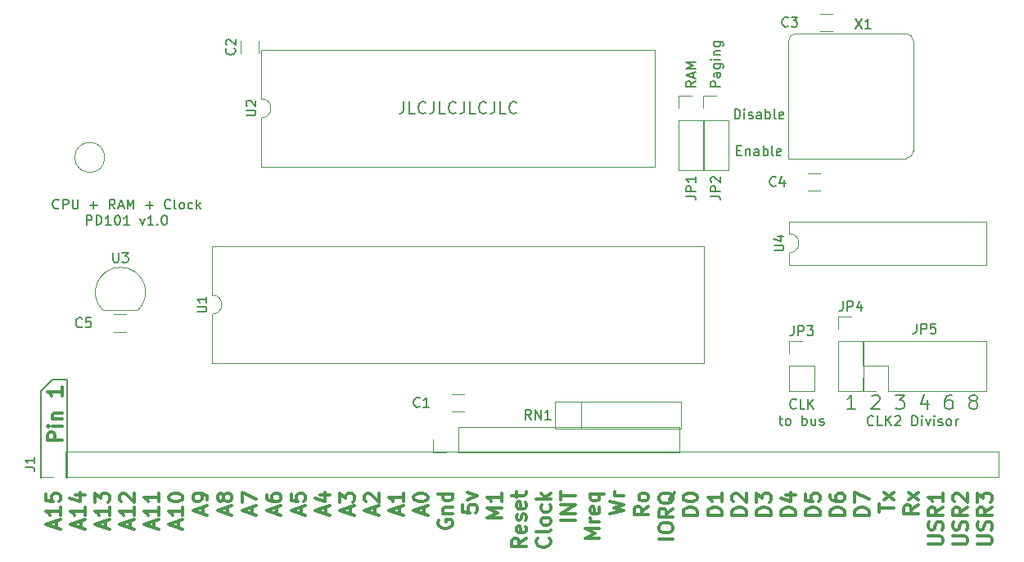
<source format=gbr>
%TF.GenerationSoftware,KiCad,Pcbnew,(5.1.6)-1*%
%TF.CreationDate,2020-11-22T17:12:32-08:00*%
%TF.ProjectId,rc-z80ram,72632d7a-3830-4726-916d-2e6b69636164,rev?*%
%TF.SameCoordinates,PX9157080PY9071968*%
%TF.FileFunction,Legend,Top*%
%TF.FilePolarity,Positive*%
%FSLAX46Y46*%
G04 Gerber Fmt 4.6, Leading zero omitted, Abs format (unit mm)*
G04 Created by KiCad (PCBNEW (5.1.6)-1) date 2020-11-22 17:12:32*
%MOMM*%
%LPD*%
G01*
G04 APERTURE LIST*
%ADD10C,0.150000*%
%ADD11C,0.203200*%
%ADD12C,0.152400*%
%ADD13C,0.300000*%
%ADD14C,0.200000*%
%ADD15C,0.120000*%
%ADD16C,0.100000*%
G04 APERTURE END LIST*
D10*
X78135238Y7408343D02*
X78086857Y7359962D01*
X77941714Y7311581D01*
X77844952Y7311581D01*
X77699809Y7359962D01*
X77603047Y7456724D01*
X77554666Y7553486D01*
X77506285Y7747010D01*
X77506285Y7892153D01*
X77554666Y8085677D01*
X77603047Y8182439D01*
X77699809Y8279200D01*
X77844952Y8327581D01*
X77941714Y8327581D01*
X78086857Y8279200D01*
X78135238Y8230820D01*
X79054476Y7311581D02*
X78570666Y7311581D01*
X78570666Y8327581D01*
X79393142Y7311581D02*
X79393142Y8327581D01*
X79973714Y7311581D02*
X79538285Y7892153D01*
X79973714Y8327581D02*
X79393142Y7747010D01*
X76369333Y6314915D02*
X76756380Y6314915D01*
X76514476Y6653581D02*
X76514476Y5782724D01*
X76562857Y5685962D01*
X76659619Y5637581D01*
X76756380Y5637581D01*
X77240190Y5637581D02*
X77143428Y5685962D01*
X77095047Y5734343D01*
X77046666Y5831105D01*
X77046666Y6121391D01*
X77095047Y6218153D01*
X77143428Y6266534D01*
X77240190Y6314915D01*
X77385333Y6314915D01*
X77482095Y6266534D01*
X77530476Y6218153D01*
X77578857Y6121391D01*
X77578857Y5831105D01*
X77530476Y5734343D01*
X77482095Y5685962D01*
X77385333Y5637581D01*
X77240190Y5637581D01*
X78788380Y5637581D02*
X78788380Y6653581D01*
X78788380Y6266534D02*
X78885142Y6314915D01*
X79078666Y6314915D01*
X79175428Y6266534D01*
X79223809Y6218153D01*
X79272190Y6121391D01*
X79272190Y5831105D01*
X79223809Y5734343D01*
X79175428Y5685962D01*
X79078666Y5637581D01*
X78885142Y5637581D01*
X78788380Y5685962D01*
X80143047Y6314915D02*
X80143047Y5637581D01*
X79707619Y6314915D02*
X79707619Y5782724D01*
X79756000Y5685962D01*
X79852761Y5637581D01*
X79997904Y5637581D01*
X80094666Y5685962D01*
X80143047Y5734343D01*
X80578476Y5685962D02*
X80675238Y5637581D01*
X80868761Y5637581D01*
X80965523Y5685962D01*
X81013904Y5782724D01*
X81013904Y5831105D01*
X80965523Y5927867D01*
X80868761Y5976248D01*
X80723619Y5976248D01*
X80626857Y6024629D01*
X80578476Y6121391D01*
X80578476Y6169772D01*
X80626857Y6266534D01*
X80723619Y6314915D01*
X80868761Y6314915D01*
X80965523Y6266534D01*
X70302380Y40670796D02*
X69302380Y40670796D01*
X69302380Y41051748D01*
X69350000Y41146986D01*
X69397619Y41194605D01*
X69492857Y41242224D01*
X69635714Y41242224D01*
X69730952Y41194605D01*
X69778571Y41146986D01*
X69826190Y41051748D01*
X69826190Y40670796D01*
X70302380Y42099367D02*
X69778571Y42099367D01*
X69683333Y42051748D01*
X69635714Y41956510D01*
X69635714Y41766034D01*
X69683333Y41670796D01*
X70254761Y42099367D02*
X70302380Y42004129D01*
X70302380Y41766034D01*
X70254761Y41670796D01*
X70159523Y41623177D01*
X70064285Y41623177D01*
X69969047Y41670796D01*
X69921428Y41766034D01*
X69921428Y42004129D01*
X69873809Y42099367D01*
X69635714Y43004129D02*
X70445238Y43004129D01*
X70540476Y42956510D01*
X70588095Y42908891D01*
X70635714Y42813653D01*
X70635714Y42670796D01*
X70588095Y42575558D01*
X70254761Y43004129D02*
X70302380Y42908891D01*
X70302380Y42718415D01*
X70254761Y42623177D01*
X70207142Y42575558D01*
X70111904Y42527939D01*
X69826190Y42527939D01*
X69730952Y42575558D01*
X69683333Y42623177D01*
X69635714Y42718415D01*
X69635714Y42908891D01*
X69683333Y43004129D01*
X70302380Y43480320D02*
X69635714Y43480320D01*
X69302380Y43480320D02*
X69350000Y43432700D01*
X69397619Y43480320D01*
X69350000Y43527939D01*
X69302380Y43480320D01*
X69397619Y43480320D01*
X69635714Y43956510D02*
X70302380Y43956510D01*
X69730952Y43956510D02*
X69683333Y44004129D01*
X69635714Y44099367D01*
X69635714Y44242224D01*
X69683333Y44337462D01*
X69778571Y44385081D01*
X70302380Y44385081D01*
X69635714Y45289843D02*
X70445238Y45289843D01*
X70540476Y45242224D01*
X70588095Y45194605D01*
X70635714Y45099367D01*
X70635714Y44956510D01*
X70588095Y44861272D01*
X70254761Y45289843D02*
X70302380Y45194605D01*
X70302380Y45004129D01*
X70254761Y44908891D01*
X70207142Y44861272D01*
X70111904Y44813653D01*
X69826190Y44813653D01*
X69730952Y44861272D01*
X69683333Y44908891D01*
X69635714Y45004129D01*
X69635714Y45194605D01*
X69683333Y45289843D01*
X67762380Y41242224D02*
X67286190Y40908891D01*
X67762380Y40670796D02*
X66762380Y40670796D01*
X66762380Y41051748D01*
X66810000Y41146986D01*
X66857619Y41194605D01*
X66952857Y41242224D01*
X67095714Y41242224D01*
X67190952Y41194605D01*
X67238571Y41146986D01*
X67286190Y41051748D01*
X67286190Y40670796D01*
X67476666Y41623177D02*
X67476666Y42099367D01*
X67762380Y41527939D02*
X66762380Y41861272D01*
X67762380Y42194605D01*
X67762380Y42527939D02*
X66762380Y42527939D01*
X67476666Y42861272D01*
X66762380Y43194605D01*
X67762380Y43194605D01*
X72033095Y34056629D02*
X72366428Y34056629D01*
X72509285Y33532820D02*
X72033095Y33532820D01*
X72033095Y34532820D01*
X72509285Y34532820D01*
X72937857Y34199486D02*
X72937857Y33532820D01*
X72937857Y34104248D02*
X72985476Y34151867D01*
X73080714Y34199486D01*
X73223571Y34199486D01*
X73318809Y34151867D01*
X73366428Y34056629D01*
X73366428Y33532820D01*
X74271190Y33532820D02*
X74271190Y34056629D01*
X74223571Y34151867D01*
X74128333Y34199486D01*
X73937857Y34199486D01*
X73842619Y34151867D01*
X74271190Y33580439D02*
X74175952Y33532820D01*
X73937857Y33532820D01*
X73842619Y33580439D01*
X73795000Y33675677D01*
X73795000Y33770915D01*
X73842619Y33866153D01*
X73937857Y33913772D01*
X74175952Y33913772D01*
X74271190Y33961391D01*
X74747380Y33532820D02*
X74747380Y34532820D01*
X74747380Y34151867D02*
X74842619Y34199486D01*
X75033095Y34199486D01*
X75128333Y34151867D01*
X75175952Y34104248D01*
X75223571Y34009010D01*
X75223571Y33723296D01*
X75175952Y33628058D01*
X75128333Y33580439D01*
X75033095Y33532820D01*
X74842619Y33532820D01*
X74747380Y33580439D01*
X75795000Y33532820D02*
X75699761Y33580439D01*
X75652142Y33675677D01*
X75652142Y34532820D01*
X76556904Y33580439D02*
X76461666Y33532820D01*
X76271190Y33532820D01*
X76175952Y33580439D01*
X76128333Y33675677D01*
X76128333Y34056629D01*
X76175952Y34151867D01*
X76271190Y34199486D01*
X76461666Y34199486D01*
X76556904Y34151867D01*
X76604523Y34056629D01*
X76604523Y33961391D01*
X76128333Y33866153D01*
X71795000Y37342820D02*
X71795000Y38342820D01*
X72033095Y38342820D01*
X72175952Y38295200D01*
X72271190Y38199962D01*
X72318809Y38104724D01*
X72366428Y37914248D01*
X72366428Y37771391D01*
X72318809Y37580915D01*
X72271190Y37485677D01*
X72175952Y37390439D01*
X72033095Y37342820D01*
X71795000Y37342820D01*
X72795000Y37342820D02*
X72795000Y38009486D01*
X72795000Y38342820D02*
X72747380Y38295200D01*
X72795000Y38247581D01*
X72842619Y38295200D01*
X72795000Y38342820D01*
X72795000Y38247581D01*
X73223571Y37390439D02*
X73318809Y37342820D01*
X73509285Y37342820D01*
X73604523Y37390439D01*
X73652142Y37485677D01*
X73652142Y37533296D01*
X73604523Y37628534D01*
X73509285Y37676153D01*
X73366428Y37676153D01*
X73271190Y37723772D01*
X73223571Y37819010D01*
X73223571Y37866629D01*
X73271190Y37961867D01*
X73366428Y38009486D01*
X73509285Y38009486D01*
X73604523Y37961867D01*
X74509285Y37342820D02*
X74509285Y37866629D01*
X74461666Y37961867D01*
X74366428Y38009486D01*
X74175952Y38009486D01*
X74080714Y37961867D01*
X74509285Y37390439D02*
X74414047Y37342820D01*
X74175952Y37342820D01*
X74080714Y37390439D01*
X74033095Y37485677D01*
X74033095Y37580915D01*
X74080714Y37676153D01*
X74175952Y37723772D01*
X74414047Y37723772D01*
X74509285Y37771391D01*
X74985476Y37342820D02*
X74985476Y38342820D01*
X74985476Y37961867D02*
X75080714Y38009486D01*
X75271190Y38009486D01*
X75366428Y37961867D01*
X75414047Y37914248D01*
X75461666Y37819010D01*
X75461666Y37533296D01*
X75414047Y37438058D01*
X75366428Y37390439D01*
X75271190Y37342820D01*
X75080714Y37342820D01*
X74985476Y37390439D01*
X76033095Y37342820D02*
X75937857Y37390439D01*
X75890238Y37485677D01*
X75890238Y38342820D01*
X76795000Y37390439D02*
X76699761Y37342820D01*
X76509285Y37342820D01*
X76414047Y37390439D01*
X76366428Y37485677D01*
X76366428Y37866629D01*
X76414047Y37961867D01*
X76509285Y38009486D01*
X76699761Y38009486D01*
X76795000Y37961867D01*
X76842619Y37866629D01*
X76842619Y37771391D01*
X76366428Y37676153D01*
X86130190Y5682343D02*
X86081809Y5633962D01*
X85936666Y5585581D01*
X85839904Y5585581D01*
X85694761Y5633962D01*
X85598000Y5730724D01*
X85549619Y5827486D01*
X85501238Y6021010D01*
X85501238Y6166153D01*
X85549619Y6359677D01*
X85598000Y6456439D01*
X85694761Y6553200D01*
X85839904Y6601581D01*
X85936666Y6601581D01*
X86081809Y6553200D01*
X86130190Y6504820D01*
X87049428Y5585581D02*
X86565619Y5585581D01*
X86565619Y6601581D01*
X87388095Y5585581D02*
X87388095Y6601581D01*
X87968666Y5585581D02*
X87533238Y6166153D01*
X87968666Y6601581D02*
X87388095Y6021010D01*
X88355714Y6504820D02*
X88404095Y6553200D01*
X88500857Y6601581D01*
X88742761Y6601581D01*
X88839523Y6553200D01*
X88887904Y6504820D01*
X88936285Y6408058D01*
X88936285Y6311296D01*
X88887904Y6166153D01*
X88307333Y5585581D01*
X88936285Y5585581D01*
X90145809Y5585581D02*
X90145809Y6601581D01*
X90387714Y6601581D01*
X90532857Y6553200D01*
X90629619Y6456439D01*
X90678000Y6359677D01*
X90726380Y6166153D01*
X90726380Y6021010D01*
X90678000Y5827486D01*
X90629619Y5730724D01*
X90532857Y5633962D01*
X90387714Y5585581D01*
X90145809Y5585581D01*
X91161809Y5585581D02*
X91161809Y6262915D01*
X91161809Y6601581D02*
X91113428Y6553200D01*
X91161809Y6504820D01*
X91210190Y6553200D01*
X91161809Y6601581D01*
X91161809Y6504820D01*
X91548857Y6262915D02*
X91790761Y5585581D01*
X92032666Y6262915D01*
X92419714Y5585581D02*
X92419714Y6262915D01*
X92419714Y6601581D02*
X92371333Y6553200D01*
X92419714Y6504820D01*
X92468095Y6553200D01*
X92419714Y6601581D01*
X92419714Y6504820D01*
X92855142Y5633962D02*
X92951904Y5585581D01*
X93145428Y5585581D01*
X93242190Y5633962D01*
X93290571Y5730724D01*
X93290571Y5779105D01*
X93242190Y5875867D01*
X93145428Y5924248D01*
X93000285Y5924248D01*
X92903523Y5972629D01*
X92855142Y6069391D01*
X92855142Y6117772D01*
X92903523Y6214534D01*
X93000285Y6262915D01*
X93145428Y6262915D01*
X93242190Y6214534D01*
X93871142Y5585581D02*
X93774380Y5633962D01*
X93726000Y5682343D01*
X93677619Y5779105D01*
X93677619Y6069391D01*
X93726000Y6166153D01*
X93774380Y6214534D01*
X93871142Y6262915D01*
X94016285Y6262915D01*
X94113047Y6214534D01*
X94161428Y6166153D01*
X94209809Y6069391D01*
X94209809Y5779105D01*
X94161428Y5682343D01*
X94113047Y5633962D01*
X94016285Y5585581D01*
X93871142Y5585581D01*
X94645238Y5585581D02*
X94645238Y6262915D01*
X94645238Y6069391D02*
X94693619Y6166153D01*
X94742000Y6214534D01*
X94838761Y6262915D01*
X94935523Y6262915D01*
D11*
X84277200Y7283753D02*
X83435371Y7283753D01*
X83856285Y7283753D02*
X83856285Y8756953D01*
X83715980Y8546496D01*
X83575676Y8406191D01*
X83435371Y8336039D01*
X85960857Y8616648D02*
X86031009Y8686800D01*
X86171314Y8756953D01*
X86522076Y8756953D01*
X86662380Y8686800D01*
X86732533Y8616648D01*
X86802685Y8476343D01*
X86802685Y8336039D01*
X86732533Y8125581D01*
X85890704Y7283753D01*
X86802685Y7283753D01*
X88416190Y8756953D02*
X89328171Y8756953D01*
X88837104Y8195734D01*
X89047561Y8195734D01*
X89187866Y8125581D01*
X89258019Y8055429D01*
X89328171Y7915124D01*
X89328171Y7564362D01*
X89258019Y7424058D01*
X89187866Y7353905D01*
X89047561Y7283753D01*
X88626647Y7283753D01*
X88486342Y7353905D01*
X88416190Y7424058D01*
X91713352Y8265886D02*
X91713352Y7283753D01*
X91362590Y8827105D02*
X91011828Y7774820D01*
X91923809Y7774820D01*
X94238838Y8756953D02*
X93958228Y8756953D01*
X93817923Y8686800D01*
X93747771Y8616648D01*
X93607466Y8406191D01*
X93537314Y8125581D01*
X93537314Y7564362D01*
X93607466Y7424058D01*
X93677619Y7353905D01*
X93817923Y7283753D01*
X94098533Y7283753D01*
X94238838Y7353905D01*
X94308990Y7424058D01*
X94379142Y7564362D01*
X94379142Y7915124D01*
X94308990Y8055429D01*
X94238838Y8125581D01*
X94098533Y8195734D01*
X93817923Y8195734D01*
X93677619Y8125581D01*
X93607466Y8055429D01*
X93537314Y7915124D01*
X96343409Y8125581D02*
X96203104Y8195734D01*
X96132952Y8265886D01*
X96062800Y8406191D01*
X96062800Y8476343D01*
X96132952Y8616648D01*
X96203104Y8686800D01*
X96343409Y8756953D01*
X96624019Y8756953D01*
X96764323Y8686800D01*
X96834476Y8616648D01*
X96904628Y8476343D01*
X96904628Y8406191D01*
X96834476Y8265886D01*
X96764323Y8195734D01*
X96624019Y8125581D01*
X96343409Y8125581D01*
X96203104Y8055429D01*
X96132952Y7985277D01*
X96062800Y7844972D01*
X96062800Y7564362D01*
X96132952Y7424058D01*
X96203104Y7353905D01*
X96343409Y7283753D01*
X96624019Y7283753D01*
X96764323Y7353905D01*
X96834476Y7424058D01*
X96904628Y7564362D01*
X96904628Y7844972D01*
X96834476Y7985277D01*
X96764323Y8055429D01*
X96624019Y8125581D01*
D12*
X37548457Y39097858D02*
X37548457Y38227000D01*
X37490400Y38052829D01*
X37374285Y37936715D01*
X37200114Y37878658D01*
X37084000Y37878658D01*
X38709600Y37878658D02*
X38129028Y37878658D01*
X38129028Y39097858D01*
X39812685Y37994772D02*
X39754628Y37936715D01*
X39580457Y37878658D01*
X39464342Y37878658D01*
X39290171Y37936715D01*
X39174057Y38052829D01*
X39116000Y38168943D01*
X39057942Y38401172D01*
X39057942Y38575343D01*
X39116000Y38807572D01*
X39174057Y38923686D01*
X39290171Y39039800D01*
X39464342Y39097858D01*
X39580457Y39097858D01*
X39754628Y39039800D01*
X39812685Y38981743D01*
X40683542Y39097858D02*
X40683542Y38227000D01*
X40625485Y38052829D01*
X40509371Y37936715D01*
X40335200Y37878658D01*
X40219085Y37878658D01*
X41844685Y37878658D02*
X41264114Y37878658D01*
X41264114Y39097858D01*
X42947771Y37994772D02*
X42889714Y37936715D01*
X42715542Y37878658D01*
X42599428Y37878658D01*
X42425257Y37936715D01*
X42309142Y38052829D01*
X42251085Y38168943D01*
X42193028Y38401172D01*
X42193028Y38575343D01*
X42251085Y38807572D01*
X42309142Y38923686D01*
X42425257Y39039800D01*
X42599428Y39097858D01*
X42715542Y39097858D01*
X42889714Y39039800D01*
X42947771Y38981743D01*
X43818628Y39097858D02*
X43818628Y38227000D01*
X43760571Y38052829D01*
X43644457Y37936715D01*
X43470285Y37878658D01*
X43354171Y37878658D01*
X44979771Y37878658D02*
X44399200Y37878658D01*
X44399200Y39097858D01*
X46082857Y37994772D02*
X46024800Y37936715D01*
X45850628Y37878658D01*
X45734514Y37878658D01*
X45560342Y37936715D01*
X45444228Y38052829D01*
X45386171Y38168943D01*
X45328114Y38401172D01*
X45328114Y38575343D01*
X45386171Y38807572D01*
X45444228Y38923686D01*
X45560342Y39039800D01*
X45734514Y39097858D01*
X45850628Y39097858D01*
X46024800Y39039800D01*
X46082857Y38981743D01*
X46953714Y39097858D02*
X46953714Y38227000D01*
X46895657Y38052829D01*
X46779542Y37936715D01*
X46605371Y37878658D01*
X46489257Y37878658D01*
X48114857Y37878658D02*
X47534285Y37878658D01*
X47534285Y39097858D01*
X49217942Y37994772D02*
X49159885Y37936715D01*
X48985714Y37878658D01*
X48869600Y37878658D01*
X48695428Y37936715D01*
X48579314Y38052829D01*
X48521257Y38168943D01*
X48463200Y38401172D01*
X48463200Y38575343D01*
X48521257Y38807572D01*
X48579314Y38923686D01*
X48695428Y39039800D01*
X48869600Y39097858D01*
X48985714Y39097858D01*
X49159885Y39039800D01*
X49217942Y38981743D01*
D10*
X1866190Y28103058D02*
X1818571Y28055439D01*
X1675714Y28007820D01*
X1580476Y28007820D01*
X1437619Y28055439D01*
X1342380Y28150677D01*
X1294761Y28245915D01*
X1247142Y28436391D01*
X1247142Y28579248D01*
X1294761Y28769724D01*
X1342380Y28864962D01*
X1437619Y28960200D01*
X1580476Y29007820D01*
X1675714Y29007820D01*
X1818571Y28960200D01*
X1866190Y28912581D01*
X2294761Y28007820D02*
X2294761Y29007820D01*
X2675714Y29007820D01*
X2770952Y28960200D01*
X2818571Y28912581D01*
X2866190Y28817343D01*
X2866190Y28674486D01*
X2818571Y28579248D01*
X2770952Y28531629D01*
X2675714Y28484010D01*
X2294761Y28484010D01*
X3294761Y29007820D02*
X3294761Y28198296D01*
X3342380Y28103058D01*
X3390000Y28055439D01*
X3485238Y28007820D01*
X3675714Y28007820D01*
X3770952Y28055439D01*
X3818571Y28103058D01*
X3866190Y28198296D01*
X3866190Y29007820D01*
X5104285Y28388772D02*
X5866190Y28388772D01*
X5485238Y28007820D02*
X5485238Y28769724D01*
X7675714Y28007820D02*
X7342380Y28484010D01*
X7104285Y28007820D02*
X7104285Y29007820D01*
X7485238Y29007820D01*
X7580476Y28960200D01*
X7628095Y28912581D01*
X7675714Y28817343D01*
X7675714Y28674486D01*
X7628095Y28579248D01*
X7580476Y28531629D01*
X7485238Y28484010D01*
X7104285Y28484010D01*
X8056666Y28293534D02*
X8532857Y28293534D01*
X7961428Y28007820D02*
X8294761Y29007820D01*
X8628095Y28007820D01*
X8961428Y28007820D02*
X8961428Y29007820D01*
X9294761Y28293534D01*
X9628095Y29007820D01*
X9628095Y28007820D01*
X10866190Y28388772D02*
X11628095Y28388772D01*
X11247142Y28007820D02*
X11247142Y28769724D01*
X13437619Y28103058D02*
X13390000Y28055439D01*
X13247142Y28007820D01*
X13151904Y28007820D01*
X13009047Y28055439D01*
X12913809Y28150677D01*
X12866190Y28245915D01*
X12818571Y28436391D01*
X12818571Y28579248D01*
X12866190Y28769724D01*
X12913809Y28864962D01*
X13009047Y28960200D01*
X13151904Y29007820D01*
X13247142Y29007820D01*
X13390000Y28960200D01*
X13437619Y28912581D01*
X14009047Y28007820D02*
X13913809Y28055439D01*
X13866190Y28150677D01*
X13866190Y29007820D01*
X14532857Y28007820D02*
X14437619Y28055439D01*
X14390000Y28103058D01*
X14342380Y28198296D01*
X14342380Y28484010D01*
X14390000Y28579248D01*
X14437619Y28626867D01*
X14532857Y28674486D01*
X14675714Y28674486D01*
X14770952Y28626867D01*
X14818571Y28579248D01*
X14866190Y28484010D01*
X14866190Y28198296D01*
X14818571Y28103058D01*
X14770952Y28055439D01*
X14675714Y28007820D01*
X14532857Y28007820D01*
X15723333Y28055439D02*
X15628095Y28007820D01*
X15437619Y28007820D01*
X15342380Y28055439D01*
X15294761Y28103058D01*
X15247142Y28198296D01*
X15247142Y28484010D01*
X15294761Y28579248D01*
X15342380Y28626867D01*
X15437619Y28674486D01*
X15628095Y28674486D01*
X15723333Y28626867D01*
X16151904Y28007820D02*
X16151904Y29007820D01*
X16247142Y28388772D02*
X16532857Y28007820D01*
X16532857Y28674486D02*
X16151904Y28293534D01*
X4747142Y26357820D02*
X4747142Y27357820D01*
X5128095Y27357820D01*
X5223333Y27310200D01*
X5270952Y27262581D01*
X5318571Y27167343D01*
X5318571Y27024486D01*
X5270952Y26929248D01*
X5223333Y26881629D01*
X5128095Y26834010D01*
X4747142Y26834010D01*
X5747142Y26357820D02*
X5747142Y27357820D01*
X5985238Y27357820D01*
X6128095Y27310200D01*
X6223333Y27214962D01*
X6270952Y27119724D01*
X6318571Y26929248D01*
X6318571Y26786391D01*
X6270952Y26595915D01*
X6223333Y26500677D01*
X6128095Y26405439D01*
X5985238Y26357820D01*
X5747142Y26357820D01*
X7270952Y26357820D02*
X6699523Y26357820D01*
X6985238Y26357820D02*
X6985238Y27357820D01*
X6890000Y27214962D01*
X6794761Y27119724D01*
X6699523Y27072105D01*
X7890000Y27357820D02*
X7985238Y27357820D01*
X8080476Y27310200D01*
X8128095Y27262581D01*
X8175714Y27167343D01*
X8223333Y26976867D01*
X8223333Y26738772D01*
X8175714Y26548296D01*
X8128095Y26453058D01*
X8080476Y26405439D01*
X7985238Y26357820D01*
X7890000Y26357820D01*
X7794761Y26405439D01*
X7747142Y26453058D01*
X7699523Y26548296D01*
X7651904Y26738772D01*
X7651904Y26976867D01*
X7699523Y27167343D01*
X7747142Y27262581D01*
X7794761Y27310200D01*
X7890000Y27357820D01*
X9175714Y26357820D02*
X8604285Y26357820D01*
X8890000Y26357820D02*
X8890000Y27357820D01*
X8794761Y27214962D01*
X8699523Y27119724D01*
X8604285Y27072105D01*
X10270952Y27024486D02*
X10509047Y26357820D01*
X10747142Y27024486D01*
X11651904Y26357820D02*
X11080476Y26357820D01*
X11366190Y26357820D02*
X11366190Y27357820D01*
X11270952Y27214962D01*
X11175714Y27119724D01*
X11080476Y27072105D01*
X12080476Y26453058D02*
X12128095Y26405439D01*
X12080476Y26357820D01*
X12032857Y26405439D01*
X12080476Y26453058D01*
X12080476Y26357820D01*
X12747142Y27357820D02*
X12842380Y27357820D01*
X12937619Y27310200D01*
X12985238Y27262581D01*
X13032857Y27167343D01*
X13080476Y26976867D01*
X13080476Y26738772D01*
X13032857Y26548296D01*
X12985238Y26453058D01*
X12937619Y26405439D01*
X12842380Y26357820D01*
X12747142Y26357820D01*
X12651904Y26405439D01*
X12604285Y26453058D01*
X12556666Y26548296D01*
X12509047Y26738772D01*
X12509047Y26976867D01*
X12556666Y27167343D01*
X12604285Y27262581D01*
X12651904Y27310200D01*
X12747142Y27357820D01*
D13*
X1613333Y-4991942D02*
X1613333Y-4277657D01*
X2039047Y-5134800D02*
X549047Y-4634800D01*
X2039047Y-4134800D01*
X2039047Y-2849085D02*
X2039047Y-3706228D01*
X2039047Y-3277657D02*
X549047Y-3277657D01*
X761904Y-3420514D01*
X903809Y-3563371D01*
X974761Y-3706228D01*
X549047Y-1491942D02*
X549047Y-2206228D01*
X1258571Y-2277657D01*
X1187619Y-2206228D01*
X1116666Y-2063371D01*
X1116666Y-1706228D01*
X1187619Y-1563371D01*
X1258571Y-1491942D01*
X1400476Y-1420514D01*
X1755238Y-1420514D01*
X1897142Y-1491942D01*
X1968095Y-1563371D01*
X2039047Y-1706228D01*
X2039047Y-2063371D01*
X1968095Y-2206228D01*
X1897142Y-2277657D01*
X4148333Y-4991942D02*
X4148333Y-4277657D01*
X4574047Y-5134800D02*
X3084047Y-4634800D01*
X4574047Y-4134800D01*
X4574047Y-2849085D02*
X4574047Y-3706228D01*
X4574047Y-3277657D02*
X3084047Y-3277657D01*
X3296904Y-3420514D01*
X3438809Y-3563371D01*
X3509761Y-3706228D01*
X3580714Y-1563371D02*
X4574047Y-1563371D01*
X3013095Y-1920514D02*
X4077380Y-2277657D01*
X4077380Y-1349085D01*
X6683333Y-4991942D02*
X6683333Y-4277657D01*
X7109047Y-5134800D02*
X5619047Y-4634800D01*
X7109047Y-4134800D01*
X7109047Y-2849085D02*
X7109047Y-3706228D01*
X7109047Y-3277657D02*
X5619047Y-3277657D01*
X5831904Y-3420514D01*
X5973809Y-3563371D01*
X6044761Y-3706228D01*
X5619047Y-2349085D02*
X5619047Y-1420514D01*
X6186666Y-1920514D01*
X6186666Y-1706228D01*
X6257619Y-1563371D01*
X6328571Y-1491942D01*
X6470476Y-1420514D01*
X6825238Y-1420514D01*
X6967142Y-1491942D01*
X7038095Y-1563371D01*
X7109047Y-1706228D01*
X7109047Y-2134800D01*
X7038095Y-2277657D01*
X6967142Y-2349085D01*
X9218333Y-4991942D02*
X9218333Y-4277657D01*
X9644047Y-5134800D02*
X8154047Y-4634800D01*
X9644047Y-4134800D01*
X9644047Y-2849085D02*
X9644047Y-3706228D01*
X9644047Y-3277657D02*
X8154047Y-3277657D01*
X8366904Y-3420514D01*
X8508809Y-3563371D01*
X8579761Y-3706228D01*
X8295952Y-2277657D02*
X8225000Y-2206228D01*
X8154047Y-2063371D01*
X8154047Y-1706228D01*
X8225000Y-1563371D01*
X8295952Y-1491942D01*
X8437857Y-1420514D01*
X8579761Y-1420514D01*
X8792619Y-1491942D01*
X9644047Y-2349085D01*
X9644047Y-1420514D01*
X11753333Y-4991942D02*
X11753333Y-4277657D01*
X12179047Y-5134800D02*
X10689047Y-4634800D01*
X12179047Y-4134800D01*
X12179047Y-2849085D02*
X12179047Y-3706228D01*
X12179047Y-3277657D02*
X10689047Y-3277657D01*
X10901904Y-3420514D01*
X11043809Y-3563371D01*
X11114761Y-3706228D01*
X12179047Y-1420514D02*
X12179047Y-2277657D01*
X12179047Y-1849085D02*
X10689047Y-1849085D01*
X10901904Y-1991942D01*
X11043809Y-2134800D01*
X11114761Y-2277657D01*
X14288333Y-4991942D02*
X14288333Y-4277657D01*
X14714047Y-5134800D02*
X13224047Y-4634800D01*
X14714047Y-4134800D01*
X14714047Y-2849085D02*
X14714047Y-3706228D01*
X14714047Y-3277657D02*
X13224047Y-3277657D01*
X13436904Y-3420514D01*
X13578809Y-3563371D01*
X13649761Y-3706228D01*
X13224047Y-1920514D02*
X13224047Y-1777657D01*
X13295000Y-1634800D01*
X13365952Y-1563371D01*
X13507857Y-1491942D01*
X13791666Y-1420514D01*
X14146428Y-1420514D01*
X14430238Y-1491942D01*
X14572142Y-1563371D01*
X14643095Y-1634800D01*
X14714047Y-1777657D01*
X14714047Y-1920514D01*
X14643095Y-2063371D01*
X14572142Y-2134800D01*
X14430238Y-2206228D01*
X14146428Y-2277657D01*
X13791666Y-2277657D01*
X13507857Y-2206228D01*
X13365952Y-2134800D01*
X13295000Y-2063371D01*
X13224047Y-1920514D01*
X16823333Y-3563371D02*
X16823333Y-2849085D01*
X17249047Y-3706228D02*
X15759047Y-3206228D01*
X17249047Y-2706228D01*
X17249047Y-2134800D02*
X17249047Y-1849085D01*
X17178095Y-1706228D01*
X17107142Y-1634800D01*
X16894285Y-1491942D01*
X16610476Y-1420514D01*
X16042857Y-1420514D01*
X15900952Y-1491942D01*
X15830000Y-1563371D01*
X15759047Y-1706228D01*
X15759047Y-1991942D01*
X15830000Y-2134800D01*
X15900952Y-2206228D01*
X16042857Y-2277657D01*
X16397619Y-2277657D01*
X16539523Y-2206228D01*
X16610476Y-2134800D01*
X16681428Y-1991942D01*
X16681428Y-1706228D01*
X16610476Y-1563371D01*
X16539523Y-1491942D01*
X16397619Y-1420514D01*
X19358333Y-3563371D02*
X19358333Y-2849085D01*
X19784047Y-3706228D02*
X18294047Y-3206228D01*
X19784047Y-2706228D01*
X18932619Y-1991942D02*
X18861666Y-2134800D01*
X18790714Y-2206228D01*
X18648809Y-2277657D01*
X18577857Y-2277657D01*
X18435952Y-2206228D01*
X18365000Y-2134800D01*
X18294047Y-1991942D01*
X18294047Y-1706228D01*
X18365000Y-1563371D01*
X18435952Y-1491942D01*
X18577857Y-1420514D01*
X18648809Y-1420514D01*
X18790714Y-1491942D01*
X18861666Y-1563371D01*
X18932619Y-1706228D01*
X18932619Y-1991942D01*
X19003571Y-2134800D01*
X19074523Y-2206228D01*
X19216428Y-2277657D01*
X19500238Y-2277657D01*
X19642142Y-2206228D01*
X19713095Y-2134800D01*
X19784047Y-1991942D01*
X19784047Y-1706228D01*
X19713095Y-1563371D01*
X19642142Y-1491942D01*
X19500238Y-1420514D01*
X19216428Y-1420514D01*
X19074523Y-1491942D01*
X19003571Y-1563371D01*
X18932619Y-1706228D01*
X21893333Y-3563371D02*
X21893333Y-2849085D01*
X22319047Y-3706228D02*
X20829047Y-3206228D01*
X22319047Y-2706228D01*
X20829047Y-2349085D02*
X20829047Y-1349085D01*
X22319047Y-1991942D01*
X24428333Y-3563371D02*
X24428333Y-2849085D01*
X24854047Y-3706228D02*
X23364047Y-3206228D01*
X24854047Y-2706228D01*
X23364047Y-1563371D02*
X23364047Y-1849085D01*
X23435000Y-1991942D01*
X23505952Y-2063371D01*
X23718809Y-2206228D01*
X24002619Y-2277657D01*
X24570238Y-2277657D01*
X24712142Y-2206228D01*
X24783095Y-2134800D01*
X24854047Y-1991942D01*
X24854047Y-1706228D01*
X24783095Y-1563371D01*
X24712142Y-1491942D01*
X24570238Y-1420514D01*
X24215476Y-1420514D01*
X24073571Y-1491942D01*
X24002619Y-1563371D01*
X23931666Y-1706228D01*
X23931666Y-1991942D01*
X24002619Y-2134800D01*
X24073571Y-2206228D01*
X24215476Y-2277657D01*
X26963333Y-3563371D02*
X26963333Y-2849085D01*
X27389047Y-3706228D02*
X25899047Y-3206228D01*
X27389047Y-2706228D01*
X25899047Y-1491942D02*
X25899047Y-2206228D01*
X26608571Y-2277657D01*
X26537619Y-2206228D01*
X26466666Y-2063371D01*
X26466666Y-1706228D01*
X26537619Y-1563371D01*
X26608571Y-1491942D01*
X26750476Y-1420514D01*
X27105238Y-1420514D01*
X27247142Y-1491942D01*
X27318095Y-1563371D01*
X27389047Y-1706228D01*
X27389047Y-2063371D01*
X27318095Y-2206228D01*
X27247142Y-2277657D01*
X29498333Y-3563371D02*
X29498333Y-2849085D01*
X29924047Y-3706228D02*
X28434047Y-3206228D01*
X29924047Y-2706228D01*
X28930714Y-1563371D02*
X29924047Y-1563371D01*
X28363095Y-1920514D02*
X29427380Y-2277657D01*
X29427380Y-1349085D01*
X32033333Y-3563371D02*
X32033333Y-2849085D01*
X32459047Y-3706228D02*
X30969047Y-3206228D01*
X32459047Y-2706228D01*
X30969047Y-2349085D02*
X30969047Y-1420514D01*
X31536666Y-1920514D01*
X31536666Y-1706228D01*
X31607619Y-1563371D01*
X31678571Y-1491942D01*
X31820476Y-1420514D01*
X32175238Y-1420514D01*
X32317142Y-1491942D01*
X32388095Y-1563371D01*
X32459047Y-1706228D01*
X32459047Y-2134800D01*
X32388095Y-2277657D01*
X32317142Y-2349085D01*
X34568333Y-3563371D02*
X34568333Y-2849085D01*
X34994047Y-3706228D02*
X33504047Y-3206228D01*
X34994047Y-2706228D01*
X33645952Y-2277657D02*
X33575000Y-2206228D01*
X33504047Y-2063371D01*
X33504047Y-1706228D01*
X33575000Y-1563371D01*
X33645952Y-1491942D01*
X33787857Y-1420514D01*
X33929761Y-1420514D01*
X34142619Y-1491942D01*
X34994047Y-2349085D01*
X34994047Y-1420514D01*
X37103333Y-3563371D02*
X37103333Y-2849085D01*
X37529047Y-3706228D02*
X36039047Y-3206228D01*
X37529047Y-2706228D01*
X37529047Y-1420514D02*
X37529047Y-2277657D01*
X37529047Y-1849085D02*
X36039047Y-1849085D01*
X36251904Y-1991942D01*
X36393809Y-2134800D01*
X36464761Y-2277657D01*
X39638333Y-3563371D02*
X39638333Y-2849085D01*
X40064047Y-3706228D02*
X38574047Y-3206228D01*
X40064047Y-2706228D01*
X38574047Y-1920514D02*
X38574047Y-1777657D01*
X38645000Y-1634800D01*
X38715952Y-1563371D01*
X38857857Y-1491942D01*
X39141666Y-1420514D01*
X39496428Y-1420514D01*
X39780238Y-1491942D01*
X39922142Y-1563371D01*
X39993095Y-1634800D01*
X40064047Y-1777657D01*
X40064047Y-1920514D01*
X39993095Y-2063371D01*
X39922142Y-2134800D01*
X39780238Y-2206228D01*
X39496428Y-2277657D01*
X39141666Y-2277657D01*
X38857857Y-2206228D01*
X38715952Y-2134800D01*
X38645000Y-2063371D01*
X38574047Y-1920514D01*
X41180000Y-4206228D02*
X41109047Y-4349085D01*
X41109047Y-4563371D01*
X41180000Y-4777657D01*
X41321904Y-4920514D01*
X41463809Y-4991942D01*
X41747619Y-5063371D01*
X41960476Y-5063371D01*
X42244285Y-4991942D01*
X42386190Y-4920514D01*
X42528095Y-4777657D01*
X42599047Y-4563371D01*
X42599047Y-4420514D01*
X42528095Y-4206228D01*
X42457142Y-4134800D01*
X41960476Y-4134800D01*
X41960476Y-4420514D01*
X41605714Y-3491942D02*
X42599047Y-3491942D01*
X41747619Y-3491942D02*
X41676666Y-3420514D01*
X41605714Y-3277657D01*
X41605714Y-3063371D01*
X41676666Y-2920514D01*
X41818571Y-2849085D01*
X42599047Y-2849085D01*
X42599047Y-1491942D02*
X41109047Y-1491942D01*
X42528095Y-1491942D02*
X42599047Y-1634800D01*
X42599047Y-1920514D01*
X42528095Y-2063371D01*
X42457142Y-2134800D01*
X42315238Y-2206228D01*
X41889523Y-2206228D01*
X41747619Y-2134800D01*
X41676666Y-2063371D01*
X41605714Y-1920514D01*
X41605714Y-1634800D01*
X41676666Y-1491942D01*
X43644047Y-2634800D02*
X43644047Y-3349085D01*
X44353571Y-3420514D01*
X44282619Y-3349085D01*
X44211666Y-3206228D01*
X44211666Y-2849085D01*
X44282619Y-2706228D01*
X44353571Y-2634800D01*
X44495476Y-2563371D01*
X44850238Y-2563371D01*
X44992142Y-2634800D01*
X45063095Y-2706228D01*
X45134047Y-2849085D01*
X45134047Y-3206228D01*
X45063095Y-3349085D01*
X44992142Y-3420514D01*
X44140714Y-2063371D02*
X45134047Y-1706228D01*
X44140714Y-1349085D01*
X47669047Y-3920514D02*
X46179047Y-3920514D01*
X47243333Y-3420514D01*
X46179047Y-2920514D01*
X47669047Y-2920514D01*
X47669047Y-1420514D02*
X47669047Y-2277657D01*
X47669047Y-1849085D02*
X46179047Y-1849085D01*
X46391904Y-1991942D01*
X46533809Y-2134800D01*
X46604761Y-2277657D01*
X50204047Y-6063371D02*
X49494523Y-6563371D01*
X50204047Y-6920514D02*
X48714047Y-6920514D01*
X48714047Y-6349085D01*
X48785000Y-6206228D01*
X48855952Y-6134800D01*
X48997857Y-6063371D01*
X49210714Y-6063371D01*
X49352619Y-6134800D01*
X49423571Y-6206228D01*
X49494523Y-6349085D01*
X49494523Y-6920514D01*
X50133095Y-4849085D02*
X50204047Y-4991942D01*
X50204047Y-5277657D01*
X50133095Y-5420514D01*
X49991190Y-5491942D01*
X49423571Y-5491942D01*
X49281666Y-5420514D01*
X49210714Y-5277657D01*
X49210714Y-4991942D01*
X49281666Y-4849085D01*
X49423571Y-4777657D01*
X49565476Y-4777657D01*
X49707380Y-5491942D01*
X50133095Y-4206228D02*
X50204047Y-4063371D01*
X50204047Y-3777657D01*
X50133095Y-3634800D01*
X49991190Y-3563371D01*
X49920238Y-3563371D01*
X49778333Y-3634800D01*
X49707380Y-3777657D01*
X49707380Y-3991942D01*
X49636428Y-4134800D01*
X49494523Y-4206228D01*
X49423571Y-4206228D01*
X49281666Y-4134800D01*
X49210714Y-3991942D01*
X49210714Y-3777657D01*
X49281666Y-3634800D01*
X50133095Y-2349085D02*
X50204047Y-2491942D01*
X50204047Y-2777657D01*
X50133095Y-2920514D01*
X49991190Y-2991942D01*
X49423571Y-2991942D01*
X49281666Y-2920514D01*
X49210714Y-2777657D01*
X49210714Y-2491942D01*
X49281666Y-2349085D01*
X49423571Y-2277657D01*
X49565476Y-2277657D01*
X49707380Y-2991942D01*
X49210714Y-1849085D02*
X49210714Y-1277657D01*
X48714047Y-1634800D02*
X49991190Y-1634800D01*
X50133095Y-1563371D01*
X50204047Y-1420514D01*
X50204047Y-1277657D01*
X52597142Y-6063371D02*
X52668095Y-6134800D01*
X52739047Y-6349085D01*
X52739047Y-6491942D01*
X52668095Y-6706228D01*
X52526190Y-6849085D01*
X52384285Y-6920514D01*
X52100476Y-6991942D01*
X51887619Y-6991942D01*
X51603809Y-6920514D01*
X51461904Y-6849085D01*
X51320000Y-6706228D01*
X51249047Y-6491942D01*
X51249047Y-6349085D01*
X51320000Y-6134800D01*
X51390952Y-6063371D01*
X52739047Y-5206228D02*
X52668095Y-5349085D01*
X52526190Y-5420514D01*
X51249047Y-5420514D01*
X52739047Y-4420514D02*
X52668095Y-4563371D01*
X52597142Y-4634800D01*
X52455238Y-4706228D01*
X52029523Y-4706228D01*
X51887619Y-4634800D01*
X51816666Y-4563371D01*
X51745714Y-4420514D01*
X51745714Y-4206228D01*
X51816666Y-4063371D01*
X51887619Y-3991942D01*
X52029523Y-3920514D01*
X52455238Y-3920514D01*
X52597142Y-3991942D01*
X52668095Y-4063371D01*
X52739047Y-4206228D01*
X52739047Y-4420514D01*
X52668095Y-2634800D02*
X52739047Y-2777657D01*
X52739047Y-3063371D01*
X52668095Y-3206228D01*
X52597142Y-3277657D01*
X52455238Y-3349085D01*
X52029523Y-3349085D01*
X51887619Y-3277657D01*
X51816666Y-3206228D01*
X51745714Y-3063371D01*
X51745714Y-2777657D01*
X51816666Y-2634800D01*
X52739047Y-1991942D02*
X51249047Y-1991942D01*
X52171428Y-1849085D02*
X52739047Y-1420514D01*
X51745714Y-1420514D02*
X52313333Y-1991942D01*
X55274047Y-4206228D02*
X53784047Y-4206228D01*
X55274047Y-3491942D02*
X53784047Y-3491942D01*
X55274047Y-2634800D01*
X53784047Y-2634800D01*
X53784047Y-2134800D02*
X53784047Y-1277657D01*
X55274047Y-1706228D02*
X53784047Y-1706228D01*
X57809047Y-6063371D02*
X56319047Y-6063371D01*
X57383333Y-5563371D01*
X56319047Y-5063371D01*
X57809047Y-5063371D01*
X57809047Y-4349085D02*
X56815714Y-4349085D01*
X57099523Y-4349085D02*
X56957619Y-4277657D01*
X56886666Y-4206228D01*
X56815714Y-4063371D01*
X56815714Y-3920514D01*
X57738095Y-2849085D02*
X57809047Y-2991942D01*
X57809047Y-3277657D01*
X57738095Y-3420514D01*
X57596190Y-3491942D01*
X57028571Y-3491942D01*
X56886666Y-3420514D01*
X56815714Y-3277657D01*
X56815714Y-2991942D01*
X56886666Y-2849085D01*
X57028571Y-2777657D01*
X57170476Y-2777657D01*
X57312380Y-3491942D01*
X56815714Y-1491942D02*
X58305714Y-1491942D01*
X57738095Y-1491942D02*
X57809047Y-1634800D01*
X57809047Y-1920514D01*
X57738095Y-2063371D01*
X57667142Y-2134800D01*
X57525238Y-2206228D01*
X57099523Y-2206228D01*
X56957619Y-2134800D01*
X56886666Y-2063371D01*
X56815714Y-1920514D01*
X56815714Y-1634800D01*
X56886666Y-1491942D01*
X58854047Y-3563371D02*
X60344047Y-3206228D01*
X59279761Y-2920514D01*
X60344047Y-2634800D01*
X58854047Y-2277657D01*
X60344047Y-1706228D02*
X59350714Y-1706228D01*
X59634523Y-1706228D02*
X59492619Y-1634800D01*
X59421666Y-1563371D01*
X59350714Y-1420514D01*
X59350714Y-1277657D01*
X62879047Y-2777657D02*
X62169523Y-3277657D01*
X62879047Y-3634800D02*
X61389047Y-3634800D01*
X61389047Y-3063371D01*
X61460000Y-2920514D01*
X61530952Y-2849085D01*
X61672857Y-2777657D01*
X61885714Y-2777657D01*
X62027619Y-2849085D01*
X62098571Y-2920514D01*
X62169523Y-3063371D01*
X62169523Y-3634800D01*
X62879047Y-1920514D02*
X62808095Y-2063371D01*
X62737142Y-2134800D01*
X62595238Y-2206228D01*
X62169523Y-2206228D01*
X62027619Y-2134800D01*
X61956666Y-2063371D01*
X61885714Y-1920514D01*
X61885714Y-1706228D01*
X61956666Y-1563371D01*
X62027619Y-1491942D01*
X62169523Y-1420514D01*
X62595238Y-1420514D01*
X62737142Y-1491942D01*
X62808095Y-1563371D01*
X62879047Y-1706228D01*
X62879047Y-1920514D01*
X65414047Y-6134800D02*
X63924047Y-6134800D01*
X63924047Y-5134800D02*
X63924047Y-4849085D01*
X63995000Y-4706228D01*
X64136904Y-4563371D01*
X64420714Y-4491942D01*
X64917380Y-4491942D01*
X65201190Y-4563371D01*
X65343095Y-4706228D01*
X65414047Y-4849085D01*
X65414047Y-5134800D01*
X65343095Y-5277657D01*
X65201190Y-5420514D01*
X64917380Y-5491942D01*
X64420714Y-5491942D01*
X64136904Y-5420514D01*
X63995000Y-5277657D01*
X63924047Y-5134800D01*
X65414047Y-2991942D02*
X64704523Y-3491942D01*
X65414047Y-3849085D02*
X63924047Y-3849085D01*
X63924047Y-3277657D01*
X63995000Y-3134800D01*
X64065952Y-3063371D01*
X64207857Y-2991942D01*
X64420714Y-2991942D01*
X64562619Y-3063371D01*
X64633571Y-3134800D01*
X64704523Y-3277657D01*
X64704523Y-3849085D01*
X65555952Y-1349085D02*
X65485000Y-1491942D01*
X65343095Y-1634800D01*
X65130238Y-1849085D01*
X65059285Y-1991942D01*
X65059285Y-2134800D01*
X65414047Y-2063371D02*
X65343095Y-2206228D01*
X65201190Y-2349085D01*
X64917380Y-2420514D01*
X64420714Y-2420514D01*
X64136904Y-2349085D01*
X63995000Y-2206228D01*
X63924047Y-2063371D01*
X63924047Y-1777657D01*
X63995000Y-1634800D01*
X64136904Y-1491942D01*
X64420714Y-1420514D01*
X64917380Y-1420514D01*
X65201190Y-1491942D01*
X65343095Y-1634800D01*
X65414047Y-1777657D01*
X65414047Y-2063371D01*
X67949047Y-3706228D02*
X66459047Y-3706228D01*
X66459047Y-3349085D01*
X66530000Y-3134800D01*
X66671904Y-2991942D01*
X66813809Y-2920514D01*
X67097619Y-2849085D01*
X67310476Y-2849085D01*
X67594285Y-2920514D01*
X67736190Y-2991942D01*
X67878095Y-3134800D01*
X67949047Y-3349085D01*
X67949047Y-3706228D01*
X66459047Y-1920514D02*
X66459047Y-1777657D01*
X66530000Y-1634800D01*
X66600952Y-1563371D01*
X66742857Y-1491942D01*
X67026666Y-1420514D01*
X67381428Y-1420514D01*
X67665238Y-1491942D01*
X67807142Y-1563371D01*
X67878095Y-1634800D01*
X67949047Y-1777657D01*
X67949047Y-1920514D01*
X67878095Y-2063371D01*
X67807142Y-2134800D01*
X67665238Y-2206228D01*
X67381428Y-2277657D01*
X67026666Y-2277657D01*
X66742857Y-2206228D01*
X66600952Y-2134800D01*
X66530000Y-2063371D01*
X66459047Y-1920514D01*
X70484047Y-3706228D02*
X68994047Y-3706228D01*
X68994047Y-3349085D01*
X69065000Y-3134800D01*
X69206904Y-2991942D01*
X69348809Y-2920514D01*
X69632619Y-2849085D01*
X69845476Y-2849085D01*
X70129285Y-2920514D01*
X70271190Y-2991942D01*
X70413095Y-3134800D01*
X70484047Y-3349085D01*
X70484047Y-3706228D01*
X70484047Y-1420514D02*
X70484047Y-2277657D01*
X70484047Y-1849085D02*
X68994047Y-1849085D01*
X69206904Y-1991942D01*
X69348809Y-2134800D01*
X69419761Y-2277657D01*
X73019047Y-3706228D02*
X71529047Y-3706228D01*
X71529047Y-3349085D01*
X71600000Y-3134800D01*
X71741904Y-2991942D01*
X71883809Y-2920514D01*
X72167619Y-2849085D01*
X72380476Y-2849085D01*
X72664285Y-2920514D01*
X72806190Y-2991942D01*
X72948095Y-3134800D01*
X73019047Y-3349085D01*
X73019047Y-3706228D01*
X71670952Y-2277657D02*
X71600000Y-2206228D01*
X71529047Y-2063371D01*
X71529047Y-1706228D01*
X71600000Y-1563371D01*
X71670952Y-1491942D01*
X71812857Y-1420514D01*
X71954761Y-1420514D01*
X72167619Y-1491942D01*
X73019047Y-2349085D01*
X73019047Y-1420514D01*
X75554047Y-3706228D02*
X74064047Y-3706228D01*
X74064047Y-3349085D01*
X74135000Y-3134800D01*
X74276904Y-2991942D01*
X74418809Y-2920514D01*
X74702619Y-2849085D01*
X74915476Y-2849085D01*
X75199285Y-2920514D01*
X75341190Y-2991942D01*
X75483095Y-3134800D01*
X75554047Y-3349085D01*
X75554047Y-3706228D01*
X74064047Y-2349085D02*
X74064047Y-1420514D01*
X74631666Y-1920514D01*
X74631666Y-1706228D01*
X74702619Y-1563371D01*
X74773571Y-1491942D01*
X74915476Y-1420514D01*
X75270238Y-1420514D01*
X75412142Y-1491942D01*
X75483095Y-1563371D01*
X75554047Y-1706228D01*
X75554047Y-2134800D01*
X75483095Y-2277657D01*
X75412142Y-2349085D01*
X78089047Y-3706228D02*
X76599047Y-3706228D01*
X76599047Y-3349085D01*
X76670000Y-3134800D01*
X76811904Y-2991942D01*
X76953809Y-2920514D01*
X77237619Y-2849085D01*
X77450476Y-2849085D01*
X77734285Y-2920514D01*
X77876190Y-2991942D01*
X78018095Y-3134800D01*
X78089047Y-3349085D01*
X78089047Y-3706228D01*
X77095714Y-1563371D02*
X78089047Y-1563371D01*
X76528095Y-1920514D02*
X77592380Y-2277657D01*
X77592380Y-1349085D01*
X80624047Y-3706228D02*
X79134047Y-3706228D01*
X79134047Y-3349085D01*
X79205000Y-3134800D01*
X79346904Y-2991942D01*
X79488809Y-2920514D01*
X79772619Y-2849085D01*
X79985476Y-2849085D01*
X80269285Y-2920514D01*
X80411190Y-2991942D01*
X80553095Y-3134800D01*
X80624047Y-3349085D01*
X80624047Y-3706228D01*
X79134047Y-1491942D02*
X79134047Y-2206228D01*
X79843571Y-2277657D01*
X79772619Y-2206228D01*
X79701666Y-2063371D01*
X79701666Y-1706228D01*
X79772619Y-1563371D01*
X79843571Y-1491942D01*
X79985476Y-1420514D01*
X80340238Y-1420514D01*
X80482142Y-1491942D01*
X80553095Y-1563371D01*
X80624047Y-1706228D01*
X80624047Y-2063371D01*
X80553095Y-2206228D01*
X80482142Y-2277657D01*
X83159047Y-3706228D02*
X81669047Y-3706228D01*
X81669047Y-3349085D01*
X81740000Y-3134800D01*
X81881904Y-2991942D01*
X82023809Y-2920514D01*
X82307619Y-2849085D01*
X82520476Y-2849085D01*
X82804285Y-2920514D01*
X82946190Y-2991942D01*
X83088095Y-3134800D01*
X83159047Y-3349085D01*
X83159047Y-3706228D01*
X81669047Y-1563371D02*
X81669047Y-1849085D01*
X81740000Y-1991942D01*
X81810952Y-2063371D01*
X82023809Y-2206228D01*
X82307619Y-2277657D01*
X82875238Y-2277657D01*
X83017142Y-2206228D01*
X83088095Y-2134800D01*
X83159047Y-1991942D01*
X83159047Y-1706228D01*
X83088095Y-1563371D01*
X83017142Y-1491942D01*
X82875238Y-1420514D01*
X82520476Y-1420514D01*
X82378571Y-1491942D01*
X82307619Y-1563371D01*
X82236666Y-1706228D01*
X82236666Y-1991942D01*
X82307619Y-2134800D01*
X82378571Y-2206228D01*
X82520476Y-2277657D01*
X85694047Y-3706228D02*
X84204047Y-3706228D01*
X84204047Y-3349085D01*
X84275000Y-3134800D01*
X84416904Y-2991942D01*
X84558809Y-2920514D01*
X84842619Y-2849085D01*
X85055476Y-2849085D01*
X85339285Y-2920514D01*
X85481190Y-2991942D01*
X85623095Y-3134800D01*
X85694047Y-3349085D01*
X85694047Y-3706228D01*
X84204047Y-2349085D02*
X84204047Y-1349085D01*
X85694047Y-1991942D01*
X86739047Y-3349085D02*
X86739047Y-2491942D01*
X88229047Y-2920514D02*
X86739047Y-2920514D01*
X88229047Y-2134800D02*
X87235714Y-1349085D01*
X87235714Y-2134800D02*
X88229047Y-1349085D01*
X90764047Y-2634800D02*
X90054523Y-3134800D01*
X90764047Y-3491942D02*
X89274047Y-3491942D01*
X89274047Y-2920514D01*
X89345000Y-2777657D01*
X89415952Y-2706228D01*
X89557857Y-2634800D01*
X89770714Y-2634800D01*
X89912619Y-2706228D01*
X89983571Y-2777657D01*
X90054523Y-2920514D01*
X90054523Y-3491942D01*
X90764047Y-2134800D02*
X89770714Y-1349085D01*
X89770714Y-2134800D02*
X90764047Y-1349085D01*
X91809047Y-6706228D02*
X93015238Y-6706228D01*
X93157142Y-6634800D01*
X93228095Y-6563371D01*
X93299047Y-6420514D01*
X93299047Y-6134800D01*
X93228095Y-5991942D01*
X93157142Y-5920514D01*
X93015238Y-5849085D01*
X91809047Y-5849085D01*
X93228095Y-5206228D02*
X93299047Y-4991942D01*
X93299047Y-4634800D01*
X93228095Y-4491942D01*
X93157142Y-4420514D01*
X93015238Y-4349085D01*
X92873333Y-4349085D01*
X92731428Y-4420514D01*
X92660476Y-4491942D01*
X92589523Y-4634800D01*
X92518571Y-4920514D01*
X92447619Y-5063371D01*
X92376666Y-5134800D01*
X92234761Y-5206228D01*
X92092857Y-5206228D01*
X91950952Y-5134800D01*
X91880000Y-5063371D01*
X91809047Y-4920514D01*
X91809047Y-4563371D01*
X91880000Y-4349085D01*
X93299047Y-2849085D02*
X92589523Y-3349085D01*
X93299047Y-3706228D02*
X91809047Y-3706228D01*
X91809047Y-3134800D01*
X91880000Y-2991942D01*
X91950952Y-2920514D01*
X92092857Y-2849085D01*
X92305714Y-2849085D01*
X92447619Y-2920514D01*
X92518571Y-2991942D01*
X92589523Y-3134800D01*
X92589523Y-3706228D01*
X93299047Y-1420514D02*
X93299047Y-2277657D01*
X93299047Y-1849085D02*
X91809047Y-1849085D01*
X92021904Y-1991942D01*
X92163809Y-2134800D01*
X92234761Y-2277657D01*
X94344047Y-6706228D02*
X95550238Y-6706228D01*
X95692142Y-6634800D01*
X95763095Y-6563371D01*
X95834047Y-6420514D01*
X95834047Y-6134800D01*
X95763095Y-5991942D01*
X95692142Y-5920514D01*
X95550238Y-5849085D01*
X94344047Y-5849085D01*
X95763095Y-5206228D02*
X95834047Y-4991942D01*
X95834047Y-4634800D01*
X95763095Y-4491942D01*
X95692142Y-4420514D01*
X95550238Y-4349085D01*
X95408333Y-4349085D01*
X95266428Y-4420514D01*
X95195476Y-4491942D01*
X95124523Y-4634800D01*
X95053571Y-4920514D01*
X94982619Y-5063371D01*
X94911666Y-5134800D01*
X94769761Y-5206228D01*
X94627857Y-5206228D01*
X94485952Y-5134800D01*
X94415000Y-5063371D01*
X94344047Y-4920514D01*
X94344047Y-4563371D01*
X94415000Y-4349085D01*
X95834047Y-2849085D02*
X95124523Y-3349085D01*
X95834047Y-3706228D02*
X94344047Y-3706228D01*
X94344047Y-3134800D01*
X94415000Y-2991942D01*
X94485952Y-2920514D01*
X94627857Y-2849085D01*
X94840714Y-2849085D01*
X94982619Y-2920514D01*
X95053571Y-2991942D01*
X95124523Y-3134800D01*
X95124523Y-3706228D01*
X94485952Y-2277657D02*
X94415000Y-2206228D01*
X94344047Y-2063371D01*
X94344047Y-1706228D01*
X94415000Y-1563371D01*
X94485952Y-1491942D01*
X94627857Y-1420514D01*
X94769761Y-1420514D01*
X94982619Y-1491942D01*
X95834047Y-2349085D01*
X95834047Y-1420514D01*
X96879047Y-6706228D02*
X98085238Y-6706228D01*
X98227142Y-6634800D01*
X98298095Y-6563371D01*
X98369047Y-6420514D01*
X98369047Y-6134800D01*
X98298095Y-5991942D01*
X98227142Y-5920514D01*
X98085238Y-5849085D01*
X96879047Y-5849085D01*
X98298095Y-5206228D02*
X98369047Y-4991942D01*
X98369047Y-4634800D01*
X98298095Y-4491942D01*
X98227142Y-4420514D01*
X98085238Y-4349085D01*
X97943333Y-4349085D01*
X97801428Y-4420514D01*
X97730476Y-4491942D01*
X97659523Y-4634800D01*
X97588571Y-4920514D01*
X97517619Y-5063371D01*
X97446666Y-5134800D01*
X97304761Y-5206228D01*
X97162857Y-5206228D01*
X97020952Y-5134800D01*
X96950000Y-5063371D01*
X96879047Y-4920514D01*
X96879047Y-4563371D01*
X96950000Y-4349085D01*
X98369047Y-2849085D02*
X97659523Y-3349085D01*
X98369047Y-3706228D02*
X96879047Y-3706228D01*
X96879047Y-3134800D01*
X96950000Y-2991942D01*
X97020952Y-2920514D01*
X97162857Y-2849085D01*
X97375714Y-2849085D01*
X97517619Y-2920514D01*
X97588571Y-2991942D01*
X97659523Y-3134800D01*
X97659523Y-3706228D01*
X96879047Y-2349085D02*
X96879047Y-1420514D01*
X97446666Y-1920514D01*
X97446666Y-1706228D01*
X97517619Y-1563371D01*
X97588571Y-1491942D01*
X97730476Y-1420514D01*
X98085238Y-1420514D01*
X98227142Y-1491942D01*
X98298095Y-1563371D01*
X98369047Y-1706228D01*
X98369047Y-2134800D01*
X98298095Y-2277657D01*
X98227142Y-2349085D01*
D14*
X2743200Y10345420D02*
X2743200Y233680D01*
X1173480Y10345420D02*
X2743200Y10345420D01*
X-7620Y9164320D02*
X1173480Y10345420D01*
X-7620Y233680D02*
X-7620Y9164320D01*
D13*
X2207651Y4049735D02*
X707651Y4049735D01*
X707651Y4621163D01*
X779080Y4764020D01*
X850508Y4835449D01*
X993365Y4906878D01*
X1207651Y4906878D01*
X1350508Y4835449D01*
X1421937Y4764020D01*
X1493365Y4621163D01*
X1493365Y4049735D01*
X2207651Y5549735D02*
X1207651Y5549735D01*
X707651Y5549735D02*
X779080Y5478306D01*
X850508Y5549735D01*
X779080Y5621163D01*
X707651Y5549735D01*
X850508Y5549735D01*
X1207651Y6264020D02*
X2207651Y6264020D01*
X1350508Y6264020D02*
X1279080Y6335449D01*
X1207651Y6478306D01*
X1207651Y6692592D01*
X1279080Y6835449D01*
X1421937Y6906878D01*
X2207651Y6906878D01*
X2207651Y9549735D02*
X2207651Y8692592D01*
X2207651Y9121163D02*
X707651Y9121163D01*
X921937Y8978306D01*
X1064794Y8835449D01*
X1136222Y8692592D01*
D15*
%TO.C,RN1*%
X53170000Y8080200D02*
X53170000Y5280200D01*
X53170000Y5280200D02*
X66210000Y5280200D01*
X66210000Y5280200D02*
X66210000Y8080200D01*
X66210000Y8080200D02*
X53170000Y8080200D01*
X55880000Y8080200D02*
X55880000Y5280200D01*
%TO.C,U4*%
X77410000Y23460200D02*
X77410000Y22210200D01*
X77410000Y22210200D02*
X97850000Y22210200D01*
X97850000Y22210200D02*
X97850000Y26710200D01*
X97850000Y26710200D02*
X77410000Y26710200D01*
X77410000Y26710200D02*
X77410000Y25460200D01*
X77410000Y25460200D02*
G75*
G02*
X77410000Y23460200I0J-1000000D01*
G01*
%TO.C,JP5*%
X97850000Y9160200D02*
X97850000Y14360200D01*
X87630000Y9160200D02*
X97850000Y9160200D01*
X85030000Y14360200D02*
X97850000Y14360200D01*
X87630000Y9160200D02*
X87630000Y11760200D01*
X87630000Y11760200D02*
X85030000Y11760200D01*
X85030000Y11760200D02*
X85030000Y14360200D01*
X86360000Y9160200D02*
X85030000Y9160200D01*
X85030000Y9160200D02*
X85030000Y10490200D01*
%TO.C,JP4*%
X82490000Y9160200D02*
X85150000Y9160200D01*
X82490000Y14300200D02*
X82490000Y9160200D01*
X85150000Y14300200D02*
X85150000Y9160200D01*
X82490000Y14300200D02*
X85150000Y14300200D01*
X82490000Y15570200D02*
X82490000Y16900200D01*
X82490000Y16900200D02*
X83820000Y16900200D01*
%TO.C,C4*%
X80659000Y29890200D02*
X79401000Y29890200D01*
X80659000Y31730200D02*
X79401000Y31730200D01*
%TO.C,X1*%
X77370000Y45400200D02*
X77370000Y33250200D01*
X89520000Y46150200D02*
X78120000Y46150200D01*
X90270000Y34000200D02*
X90270000Y45400200D01*
X77370000Y33250200D02*
X89520000Y33250200D01*
X78120000Y46150200D02*
G75*
G03*
X77370000Y45400200I0J-750000D01*
G01*
X90270000Y45400200D02*
G75*
G03*
X89520000Y46150200I-750000J0D01*
G01*
X89520000Y33250200D02*
G75*
G03*
X90270000Y34000200I0J750000D01*
G01*
%TO.C,U3*%
X6455000Y17530200D02*
X10055000Y17530200D01*
X10093478Y17541722D02*
G75*
G03*
X8255000Y21980200I-1838478J1838478D01*
G01*
X6416522Y17541722D02*
G75*
G02*
X8255000Y21980200I1838478J1838478D01*
G01*
%TO.C,JP3*%
X77410000Y9160200D02*
X80070000Y9160200D01*
X77410000Y11760200D02*
X77410000Y9160200D01*
X80070000Y11760200D02*
X80070000Y9160200D01*
X77410000Y11760200D02*
X80070000Y11760200D01*
X77410000Y13030200D02*
X77410000Y14360200D01*
X77410000Y14360200D02*
X78740000Y14360200D01*
%TO.C,JP2*%
X68520000Y39760200D02*
X69850000Y39760200D01*
X68520000Y38430200D02*
X68520000Y39760200D01*
X68520000Y37160200D02*
X71180000Y37160200D01*
X71180000Y37160200D02*
X71180000Y32020200D01*
X68520000Y37160200D02*
X68520000Y32020200D01*
X68520000Y32020200D02*
X71180000Y32020200D01*
%TO.C,JP1*%
X65980000Y32020200D02*
X68640000Y32020200D01*
X65980000Y37160200D02*
X65980000Y32020200D01*
X68640000Y37160200D02*
X68640000Y32020200D01*
X65980000Y37160200D02*
X68640000Y37160200D01*
X65980000Y38430200D02*
X65980000Y39760200D01*
X65980000Y39760200D02*
X67310000Y39760200D01*
%TO.C,C5*%
X7606000Y17125200D02*
X8864000Y17125200D01*
X7606000Y15285200D02*
X8864000Y15285200D01*
%TO.C,C1*%
X42531000Y8870200D02*
X43789000Y8870200D01*
X42531000Y7030200D02*
X43789000Y7030200D01*
%TO.C,C2*%
X20670000Y44131200D02*
X20670000Y45389200D01*
X22510000Y44131200D02*
X22510000Y45389200D01*
%TO.C,C3*%
X80631000Y48240200D02*
X81889000Y48240200D01*
X80631000Y46400200D02*
X81889000Y46400200D01*
%TO.C,U2*%
X22800000Y37430200D02*
X22800000Y32370200D01*
X22800000Y32370200D02*
X63560000Y32370200D01*
X63560000Y32370200D02*
X63560000Y44490200D01*
X63560000Y44490200D02*
X22800000Y44490200D01*
X22800000Y44490200D02*
X22800000Y39430200D01*
X22800000Y39430200D02*
G75*
G02*
X22800000Y37430200I0J-1000000D01*
G01*
%TO.C,U1*%
X17720000Y17110200D02*
X17720000Y12050200D01*
X17720000Y12050200D02*
X68640000Y12050200D01*
X68640000Y12050200D02*
X68640000Y24170200D01*
X68640000Y24170200D02*
X17720000Y24170200D01*
X17720000Y24170200D02*
X17720000Y19110200D01*
X17720000Y19110200D02*
G75*
G02*
X17720000Y17110200I0J-1000000D01*
G01*
%TO.C,J2*%
X66100000Y2810200D02*
X66100000Y5470200D01*
X43180000Y2810200D02*
X66100000Y2810200D01*
X43180000Y5470200D02*
X66100000Y5470200D01*
X43180000Y2810200D02*
X43180000Y5470200D01*
X41910000Y2810200D02*
X40580000Y2810200D01*
X40580000Y2810200D02*
X40580000Y4140200D01*
%TO.C,J1*%
X99120000Y270200D02*
X99120000Y2930200D01*
X2540000Y270200D02*
X99120000Y270200D01*
X2540000Y2930200D02*
X99120000Y2930200D01*
X2540000Y270200D02*
X2540000Y2930200D01*
X1270000Y270200D02*
X-60000Y270200D01*
X-60000Y270200D02*
X-60000Y1600200D01*
%TD*%
D16*
%TO.C,*%
X6630000Y33350200D02*
G75*
G03*
X6630000Y33350200I-1550000J0D01*
G01*
%TD*%
%TO.C,RN1*%
D10*
X50744523Y6227820D02*
X50411190Y6704010D01*
X50173095Y6227820D02*
X50173095Y7227820D01*
X50554047Y7227820D01*
X50649285Y7180200D01*
X50696904Y7132581D01*
X50744523Y7037343D01*
X50744523Y6894486D01*
X50696904Y6799248D01*
X50649285Y6751629D01*
X50554047Y6704010D01*
X50173095Y6704010D01*
X51173095Y6227820D02*
X51173095Y7227820D01*
X51744523Y6227820D01*
X51744523Y7227820D01*
X52744523Y6227820D02*
X52173095Y6227820D01*
X52458809Y6227820D02*
X52458809Y7227820D01*
X52363571Y7084962D01*
X52268333Y6989724D01*
X52173095Y6942105D01*
%TO.C,U4*%
X75862380Y23698296D02*
X76671904Y23698296D01*
X76767142Y23745915D01*
X76814761Y23793534D01*
X76862380Y23888772D01*
X76862380Y24079248D01*
X76814761Y24174486D01*
X76767142Y24222105D01*
X76671904Y24269724D01*
X75862380Y24269724D01*
X76195714Y25174486D02*
X76862380Y25174486D01*
X75814761Y24936391D02*
X76529047Y24698296D01*
X76529047Y25317343D01*
%TO.C,JP5*%
X90606666Y16117820D02*
X90606666Y15403534D01*
X90559047Y15260677D01*
X90463809Y15165439D01*
X90320952Y15117820D01*
X90225714Y15117820D01*
X91082857Y15117820D02*
X91082857Y16117820D01*
X91463809Y16117820D01*
X91559047Y16070200D01*
X91606666Y16022581D01*
X91654285Y15927343D01*
X91654285Y15784486D01*
X91606666Y15689248D01*
X91559047Y15641629D01*
X91463809Y15594010D01*
X91082857Y15594010D01*
X92559047Y16117820D02*
X92082857Y16117820D01*
X92035238Y15641629D01*
X92082857Y15689248D01*
X92178095Y15736867D01*
X92416190Y15736867D01*
X92511428Y15689248D01*
X92559047Y15641629D01*
X92606666Y15546391D01*
X92606666Y15308296D01*
X92559047Y15213058D01*
X92511428Y15165439D01*
X92416190Y15117820D01*
X92178095Y15117820D01*
X92082857Y15165439D01*
X92035238Y15213058D01*
%TO.C,JP4*%
X82986666Y18447820D02*
X82986666Y17733534D01*
X82939047Y17590677D01*
X82843809Y17495439D01*
X82700952Y17447820D01*
X82605714Y17447820D01*
X83462857Y17447820D02*
X83462857Y18447820D01*
X83843809Y18447820D01*
X83939047Y18400200D01*
X83986666Y18352581D01*
X84034285Y18257343D01*
X84034285Y18114486D01*
X83986666Y18019248D01*
X83939047Y17971629D01*
X83843809Y17924010D01*
X83462857Y17924010D01*
X84891428Y18114486D02*
X84891428Y17447820D01*
X84653333Y18495439D02*
X84415238Y17781153D01*
X85034285Y17781153D01*
%TO.C,C4*%
X76033333Y30453058D02*
X75985714Y30405439D01*
X75842857Y30357820D01*
X75747619Y30357820D01*
X75604761Y30405439D01*
X75509523Y30500677D01*
X75461904Y30595915D01*
X75414285Y30786391D01*
X75414285Y30929248D01*
X75461904Y31119724D01*
X75509523Y31214962D01*
X75604761Y31310200D01*
X75747619Y31357820D01*
X75842857Y31357820D01*
X75985714Y31310200D01*
X76033333Y31262581D01*
X76890476Y31024486D02*
X76890476Y30357820D01*
X76652380Y31405439D02*
X76414285Y30691153D01*
X77033333Y30691153D01*
%TO.C,X1*%
X84280476Y47697820D02*
X84947142Y46697820D01*
X84947142Y47697820D02*
X84280476Y46697820D01*
X85851904Y46697820D02*
X85280476Y46697820D01*
X85566190Y46697820D02*
X85566190Y47697820D01*
X85470952Y47554962D01*
X85375714Y47459724D01*
X85280476Y47412105D01*
%TO.C,U3*%
X7493095Y23487820D02*
X7493095Y22678296D01*
X7540714Y22583058D01*
X7588333Y22535439D01*
X7683571Y22487820D01*
X7874047Y22487820D01*
X7969285Y22535439D01*
X8016904Y22583058D01*
X8064523Y22678296D01*
X8064523Y23487820D01*
X8445476Y23487820D02*
X9064523Y23487820D01*
X8731190Y23106867D01*
X8874047Y23106867D01*
X8969285Y23059248D01*
X9016904Y23011629D01*
X9064523Y22916391D01*
X9064523Y22678296D01*
X9016904Y22583058D01*
X8969285Y22535439D01*
X8874047Y22487820D01*
X8588333Y22487820D01*
X8493095Y22535439D01*
X8445476Y22583058D01*
%TO.C,JP3*%
X77906666Y15907820D02*
X77906666Y15193534D01*
X77859047Y15050677D01*
X77763809Y14955439D01*
X77620952Y14907820D01*
X77525714Y14907820D01*
X78382857Y14907820D02*
X78382857Y15907820D01*
X78763809Y15907820D01*
X78859047Y15860200D01*
X78906666Y15812581D01*
X78954285Y15717343D01*
X78954285Y15574486D01*
X78906666Y15479248D01*
X78859047Y15431629D01*
X78763809Y15384010D01*
X78382857Y15384010D01*
X79287619Y15907820D02*
X79906666Y15907820D01*
X79573333Y15526867D01*
X79716190Y15526867D01*
X79811428Y15479248D01*
X79859047Y15431629D01*
X79906666Y15336391D01*
X79906666Y15098296D01*
X79859047Y15003058D01*
X79811428Y14955439D01*
X79716190Y14907820D01*
X79430476Y14907820D01*
X79335238Y14955439D01*
X79287619Y15003058D01*
%TO.C,JP2*%
X69302380Y29341867D02*
X70016666Y29341867D01*
X70159523Y29294248D01*
X70254761Y29199010D01*
X70302380Y29056153D01*
X70302380Y28960915D01*
X70302380Y29818058D02*
X69302380Y29818058D01*
X69302380Y30199010D01*
X69350000Y30294248D01*
X69397619Y30341867D01*
X69492857Y30389486D01*
X69635714Y30389486D01*
X69730952Y30341867D01*
X69778571Y30294248D01*
X69826190Y30199010D01*
X69826190Y29818058D01*
X69397619Y30770439D02*
X69350000Y30818058D01*
X69302380Y30913296D01*
X69302380Y31151391D01*
X69350000Y31246629D01*
X69397619Y31294248D01*
X69492857Y31341867D01*
X69588095Y31341867D01*
X69730952Y31294248D01*
X70302380Y30722820D01*
X70302380Y31341867D01*
%TO.C,JP1*%
X66762380Y29341867D02*
X67476666Y29341867D01*
X67619523Y29294248D01*
X67714761Y29199010D01*
X67762380Y29056153D01*
X67762380Y28960915D01*
X67762380Y29818058D02*
X66762380Y29818058D01*
X66762380Y30199010D01*
X66810000Y30294248D01*
X66857619Y30341867D01*
X66952857Y30389486D01*
X67095714Y30389486D01*
X67190952Y30341867D01*
X67238571Y30294248D01*
X67286190Y30199010D01*
X67286190Y29818058D01*
X67762380Y31341867D02*
X67762380Y30770439D01*
X67762380Y31056153D02*
X66762380Y31056153D01*
X66905238Y30960915D01*
X67000476Y30865677D01*
X67048095Y30770439D01*
%TO.C,C5*%
X4278333Y15848058D02*
X4230714Y15800439D01*
X4087857Y15752820D01*
X3992619Y15752820D01*
X3849761Y15800439D01*
X3754523Y15895677D01*
X3706904Y15990915D01*
X3659285Y16181391D01*
X3659285Y16324248D01*
X3706904Y16514724D01*
X3754523Y16609962D01*
X3849761Y16705200D01*
X3992619Y16752820D01*
X4087857Y16752820D01*
X4230714Y16705200D01*
X4278333Y16657581D01*
X5183095Y16752820D02*
X4706904Y16752820D01*
X4659285Y16276629D01*
X4706904Y16324248D01*
X4802142Y16371867D01*
X5040238Y16371867D01*
X5135476Y16324248D01*
X5183095Y16276629D01*
X5230714Y16181391D01*
X5230714Y15943296D01*
X5183095Y15848058D01*
X5135476Y15800439D01*
X5040238Y15752820D01*
X4802142Y15752820D01*
X4706904Y15800439D01*
X4659285Y15848058D01*
%TO.C,C1*%
X39203333Y7593058D02*
X39155714Y7545439D01*
X39012857Y7497820D01*
X38917619Y7497820D01*
X38774761Y7545439D01*
X38679523Y7640677D01*
X38631904Y7735915D01*
X38584285Y7926391D01*
X38584285Y8069248D01*
X38631904Y8259724D01*
X38679523Y8354962D01*
X38774761Y8450200D01*
X38917619Y8497820D01*
X39012857Y8497820D01*
X39155714Y8450200D01*
X39203333Y8402581D01*
X40155714Y7497820D02*
X39584285Y7497820D01*
X39870000Y7497820D02*
X39870000Y8497820D01*
X39774761Y8354962D01*
X39679523Y8259724D01*
X39584285Y8212105D01*
%TO.C,C2*%
X20042142Y44613534D02*
X20089761Y44565915D01*
X20137380Y44423058D01*
X20137380Y44327820D01*
X20089761Y44184962D01*
X19994523Y44089724D01*
X19899285Y44042105D01*
X19708809Y43994486D01*
X19565952Y43994486D01*
X19375476Y44042105D01*
X19280238Y44089724D01*
X19185000Y44184962D01*
X19137380Y44327820D01*
X19137380Y44423058D01*
X19185000Y44565915D01*
X19232619Y44613534D01*
X19232619Y44994486D02*
X19185000Y45042105D01*
X19137380Y45137343D01*
X19137380Y45375439D01*
X19185000Y45470677D01*
X19232619Y45518296D01*
X19327857Y45565915D01*
X19423095Y45565915D01*
X19565952Y45518296D01*
X20137380Y44946867D01*
X20137380Y45565915D01*
%TO.C,C3*%
X77303333Y46963058D02*
X77255714Y46915439D01*
X77112857Y46867820D01*
X77017619Y46867820D01*
X76874761Y46915439D01*
X76779523Y47010677D01*
X76731904Y47105915D01*
X76684285Y47296391D01*
X76684285Y47439248D01*
X76731904Y47629724D01*
X76779523Y47724962D01*
X76874761Y47820200D01*
X77017619Y47867820D01*
X77112857Y47867820D01*
X77255714Y47820200D01*
X77303333Y47772581D01*
X77636666Y47867820D02*
X78255714Y47867820D01*
X77922380Y47486867D01*
X78065238Y47486867D01*
X78160476Y47439248D01*
X78208095Y47391629D01*
X78255714Y47296391D01*
X78255714Y47058296D01*
X78208095Y46963058D01*
X78160476Y46915439D01*
X78065238Y46867820D01*
X77779523Y46867820D01*
X77684285Y46915439D01*
X77636666Y46963058D01*
%TO.C,U2*%
X21252380Y37668296D02*
X22061904Y37668296D01*
X22157142Y37715915D01*
X22204761Y37763534D01*
X22252380Y37858772D01*
X22252380Y38049248D01*
X22204761Y38144486D01*
X22157142Y38192105D01*
X22061904Y38239724D01*
X21252380Y38239724D01*
X21347619Y38668296D02*
X21300000Y38715915D01*
X21252380Y38811153D01*
X21252380Y39049248D01*
X21300000Y39144486D01*
X21347619Y39192105D01*
X21442857Y39239724D01*
X21538095Y39239724D01*
X21680952Y39192105D01*
X22252380Y38620677D01*
X22252380Y39239724D01*
%TO.C,U1*%
X16172380Y17348296D02*
X16981904Y17348296D01*
X17077142Y17395915D01*
X17124761Y17443534D01*
X17172380Y17538772D01*
X17172380Y17729248D01*
X17124761Y17824486D01*
X17077142Y17872105D01*
X16981904Y17919724D01*
X16172380Y17919724D01*
X17172380Y18919724D02*
X17172380Y18348296D01*
X17172380Y18634010D02*
X16172380Y18634010D01*
X16315238Y18538772D01*
X16410476Y18443534D01*
X16458095Y18348296D01*
%TO.C,J1*%
X-1607620Y1266867D02*
X-893334Y1266867D01*
X-750477Y1219248D01*
X-655239Y1124010D01*
X-607620Y981153D01*
X-607620Y885915D01*
X-607620Y2266867D02*
X-607620Y1695439D01*
X-607620Y1981153D02*
X-1607620Y1981153D01*
X-1464762Y1885915D01*
X-1369524Y1790677D01*
X-1321905Y1695439D01*
%TD*%
M02*

</source>
